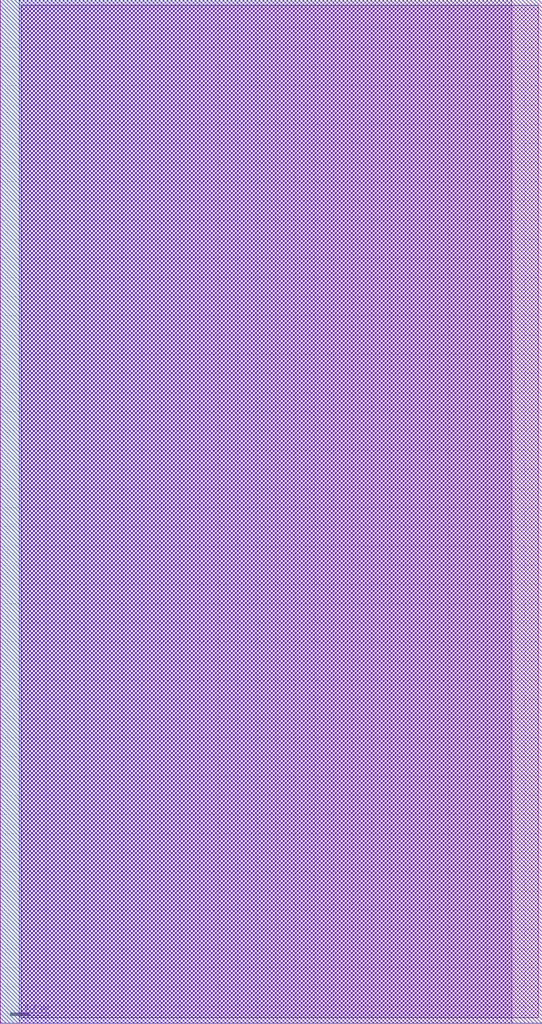
<source format=lef>
VERSION 5.7 ;
  NOWIREEXTENSIONATPIN ON ;
  DIVIDERCHAR "/" ;
  BUSBITCHARS "[]" ;
UNITS
  DATABASE MICRONS 200 ;
END UNITS

LAYER via2
  TYPE CUT ;
END via2

LAYER via
  TYPE CUT ;
END via

LAYER nwell
  TYPE MASTERSLICE ;
END nwell

LAYER via3
  TYPE CUT ;
END via3

LAYER pwell
  TYPE MASTERSLICE ;
END pwell

LAYER via4
  TYPE CUT ;
END via4

LAYER mcon
  TYPE CUT ;
END mcon

LAYER met6
  TYPE ROUTING ;
  WIDTH 0.030000 ;
  SPACING 0.040000 ;
  DIRECTION HORIZONTAL ;
END met6

LAYER met1
  TYPE ROUTING ;
  WIDTH 0.140000 ;
  SPACING 0.140000 ;
  DIRECTION HORIZONTAL ;
END met1

LAYER met3
  TYPE ROUTING ;
  WIDTH 0.300000 ;
  SPACING 0.300000 ;
  DIRECTION HORIZONTAL ;
END met3

LAYER met2
  TYPE ROUTING ;
  WIDTH 0.140000 ;
  SPACING 0.140000 ;
  DIRECTION HORIZONTAL ;
END met2

LAYER met4
  TYPE ROUTING ;
  WIDTH 0.300000 ;
  SPACING 0.300000 ;
  DIRECTION HORIZONTAL ;
END met4

LAYER met5
  TYPE ROUTING ;
  WIDTH 1.600000 ;
  SPACING 1.600000 ;
  DIRECTION HORIZONTAL ;
END met5

LAYER li1
  TYPE ROUTING ;
  WIDTH 0.170000 ;
  SPACING 0.170000 ;
  DIRECTION HORIZONTAL ;
END li1

MACRO sky130_hilas_WTA4stage01
  CLASS BLOCK ;
  FOREIGN sky130_hilas_WTA4stage01 ;
  ORIGIN 0.540 -0.010 ;
  SIZE 2.830 BY 5.340 ;
  OBS
      LAYER li1 ;
        RECT -0.430 0.040 2.270 5.320 ;
      LAYER met1 ;
        RECT -0.440 0.010 2.130 5.350 ;
      LAYER met2 ;
        RECT -0.540 0.010 2.290 5.350 ;
  END
END sky130_hilas_WTA4stage01
END LIBRARY


</source>
